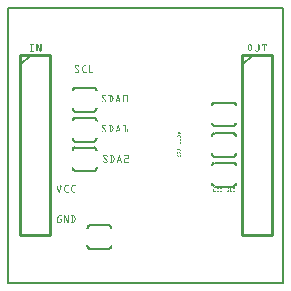
<source format=gto>
G04 MADE WITH FRITZING*
G04 WWW.FRITZING.ORG*
G04 DOUBLE SIDED*
G04 HOLES PLATED*
G04 CONTOUR ON CENTER OF CONTOUR VECTOR*
%ASAXBY*%
%FSLAX23Y23*%
%MOIN*%
%OFA0B0*%
%SFA1.0B1.0*%
%ADD10R,0.925197X0.925197X0.909197X0.909197*%
%ADD11C,0.008000*%
%ADD12C,0.010000*%
%ADD13C,0.005000*%
%ADD14R,0.001000X0.001000*%
%LNSILK1*%
G90*
G70*
G54D11*
X4Y921D02*
X921Y921D01*
X921Y4D01*
X4Y4D01*
X4Y921D01*
D02*
X756Y526D02*
X693Y526D01*
D02*
X693Y605D02*
X756Y605D01*
D02*
X756Y424D02*
X693Y424D01*
D02*
X693Y503D02*
X756Y503D01*
D02*
X756Y325D02*
X693Y325D01*
D02*
X693Y404D02*
X756Y404D01*
D02*
X228Y455D02*
X291Y455D01*
D02*
X291Y377D02*
X228Y377D01*
D02*
X228Y554D02*
X291Y554D01*
D02*
X291Y475D02*
X228Y475D01*
D02*
X228Y654D02*
X291Y654D01*
D02*
X291Y575D02*
X228Y575D01*
G54D12*
D02*
X784Y764D02*
X784Y164D01*
D02*
X784Y164D02*
X884Y164D01*
D02*
X884Y164D02*
X884Y764D01*
D02*
X884Y764D02*
X784Y764D01*
G54D13*
D02*
X784Y729D02*
X819Y764D01*
G54D12*
D02*
X44Y764D02*
X44Y164D01*
D02*
X44Y164D02*
X144Y164D01*
D02*
X144Y164D02*
X144Y764D01*
D02*
X144Y764D02*
X44Y764D01*
G54D13*
D02*
X44Y729D02*
X79Y764D01*
G54D11*
D02*
X340Y117D02*
X277Y117D01*
D02*
X277Y196D02*
X340Y196D01*
G54D14*
X76Y800D02*
X90Y800D01*
X99Y800D02*
X103Y800D01*
X113Y800D02*
X114Y800D01*
X809Y800D02*
X812Y800D01*
X827Y800D02*
X828Y800D01*
X840Y800D02*
X841Y800D01*
X850Y800D02*
X865Y800D01*
X76Y799D02*
X91Y799D01*
X99Y799D02*
X103Y799D01*
X112Y799D02*
X115Y799D01*
X808Y799D02*
X813Y799D01*
X826Y799D02*
X828Y799D01*
X839Y799D02*
X841Y799D01*
X850Y799D02*
X865Y799D01*
X76Y798D02*
X91Y798D01*
X99Y798D02*
X104Y798D01*
X112Y798D02*
X115Y798D01*
X807Y798D02*
X814Y798D01*
X826Y798D02*
X828Y798D01*
X839Y798D02*
X842Y798D01*
X850Y798D02*
X865Y798D01*
X82Y797D02*
X85Y797D01*
X99Y797D02*
X104Y797D01*
X112Y797D02*
X115Y797D01*
X806Y797D02*
X809Y797D01*
X811Y797D02*
X814Y797D01*
X826Y797D02*
X828Y797D01*
X839Y797D02*
X842Y797D01*
X850Y797D02*
X852Y797D01*
X856Y797D02*
X859Y797D01*
X863Y797D02*
X865Y797D01*
X82Y796D02*
X84Y796D01*
X99Y796D02*
X105Y796D01*
X112Y796D02*
X115Y796D01*
X806Y796D02*
X809Y796D01*
X812Y796D02*
X815Y796D01*
X826Y796D02*
X828Y796D01*
X839Y796D02*
X842Y796D01*
X850Y796D02*
X852Y796D01*
X856Y796D02*
X859Y796D01*
X863Y796D02*
X865Y796D01*
X82Y795D02*
X84Y795D01*
X99Y795D02*
X105Y795D01*
X112Y795D02*
X115Y795D01*
X805Y795D02*
X808Y795D01*
X812Y795D02*
X815Y795D01*
X826Y795D02*
X828Y795D01*
X839Y795D02*
X842Y795D01*
X850Y795D02*
X852Y795D01*
X856Y795D02*
X859Y795D01*
X863Y795D02*
X865Y795D01*
X82Y794D02*
X84Y794D01*
X99Y794D02*
X105Y794D01*
X112Y794D02*
X115Y794D01*
X805Y794D02*
X808Y794D01*
X813Y794D02*
X816Y794D01*
X826Y794D02*
X828Y794D01*
X839Y794D02*
X842Y794D01*
X856Y794D02*
X859Y794D01*
X82Y793D02*
X84Y793D01*
X99Y793D02*
X106Y793D01*
X112Y793D02*
X115Y793D01*
X804Y793D02*
X807Y793D01*
X813Y793D02*
X816Y793D01*
X826Y793D02*
X828Y793D01*
X839Y793D02*
X842Y793D01*
X856Y793D02*
X859Y793D01*
X82Y792D02*
X84Y792D01*
X99Y792D02*
X102Y792D01*
X104Y792D02*
X106Y792D01*
X112Y792D02*
X115Y792D01*
X804Y792D02*
X807Y792D01*
X814Y792D02*
X817Y792D01*
X826Y792D02*
X828Y792D01*
X839Y792D02*
X842Y792D01*
X856Y792D02*
X859Y792D01*
X82Y791D02*
X84Y791D01*
X99Y791D02*
X102Y791D01*
X104Y791D02*
X107Y791D01*
X112Y791D02*
X115Y791D01*
X803Y791D02*
X806Y791D01*
X814Y791D02*
X817Y791D01*
X826Y791D02*
X828Y791D01*
X839Y791D02*
X842Y791D01*
X856Y791D02*
X859Y791D01*
X82Y790D02*
X84Y790D01*
X99Y790D02*
X102Y790D01*
X105Y790D02*
X107Y790D01*
X112Y790D02*
X115Y790D01*
X803Y790D02*
X806Y790D01*
X815Y790D02*
X817Y790D01*
X826Y790D02*
X828Y790D01*
X839Y790D02*
X842Y790D01*
X856Y790D02*
X859Y790D01*
X82Y789D02*
X84Y789D01*
X99Y789D02*
X102Y789D01*
X105Y789D02*
X108Y789D01*
X112Y789D02*
X115Y789D01*
X803Y789D02*
X805Y789D01*
X815Y789D02*
X818Y789D01*
X826Y789D02*
X828Y789D01*
X839Y789D02*
X842Y789D01*
X856Y789D02*
X859Y789D01*
X82Y788D02*
X84Y788D01*
X99Y788D02*
X102Y788D01*
X105Y788D02*
X108Y788D01*
X112Y788D02*
X115Y788D01*
X803Y788D02*
X805Y788D01*
X816Y788D02*
X818Y788D01*
X826Y788D02*
X828Y788D01*
X839Y788D02*
X842Y788D01*
X856Y788D02*
X859Y788D01*
X82Y787D02*
X84Y787D01*
X99Y787D02*
X102Y787D01*
X106Y787D02*
X108Y787D01*
X112Y787D02*
X115Y787D01*
X803Y787D02*
X805Y787D01*
X815Y787D02*
X818Y787D01*
X826Y787D02*
X828Y787D01*
X839Y787D02*
X842Y787D01*
X856Y787D02*
X859Y787D01*
X82Y786D02*
X84Y786D01*
X99Y786D02*
X102Y786D01*
X106Y786D02*
X109Y786D01*
X112Y786D02*
X115Y786D01*
X803Y786D02*
X805Y786D01*
X815Y786D02*
X818Y786D01*
X826Y786D02*
X828Y786D01*
X839Y786D02*
X842Y786D01*
X856Y786D02*
X859Y786D01*
X82Y785D02*
X84Y785D01*
X99Y785D02*
X102Y785D01*
X107Y785D02*
X109Y785D01*
X112Y785D02*
X115Y785D01*
X803Y785D02*
X806Y785D01*
X815Y785D02*
X817Y785D01*
X826Y785D02*
X828Y785D01*
X839Y785D02*
X842Y785D01*
X856Y785D02*
X859Y785D01*
X82Y784D02*
X84Y784D01*
X99Y784D02*
X102Y784D01*
X107Y784D02*
X110Y784D01*
X112Y784D02*
X115Y784D01*
X803Y784D02*
X806Y784D01*
X814Y784D02*
X817Y784D01*
X826Y784D02*
X828Y784D01*
X839Y784D02*
X842Y784D01*
X856Y784D02*
X859Y784D01*
X82Y783D02*
X84Y783D01*
X99Y783D02*
X102Y783D01*
X108Y783D02*
X110Y783D01*
X112Y783D02*
X115Y783D01*
X804Y783D02*
X807Y783D01*
X814Y783D02*
X816Y783D01*
X826Y783D02*
X828Y783D01*
X839Y783D02*
X842Y783D01*
X856Y783D02*
X859Y783D01*
X82Y782D02*
X84Y782D01*
X99Y782D02*
X102Y782D01*
X108Y782D02*
X115Y782D01*
X804Y782D02*
X807Y782D01*
X813Y782D02*
X816Y782D01*
X826Y782D02*
X828Y782D01*
X839Y782D02*
X842Y782D01*
X856Y782D02*
X859Y782D01*
X82Y781D02*
X84Y781D01*
X99Y781D02*
X102Y781D01*
X108Y781D02*
X115Y781D01*
X805Y781D02*
X808Y781D01*
X813Y781D02*
X815Y781D01*
X826Y781D02*
X828Y781D01*
X839Y781D02*
X842Y781D01*
X856Y781D02*
X859Y781D01*
X82Y780D02*
X84Y780D01*
X99Y780D02*
X102Y780D01*
X109Y780D02*
X115Y780D01*
X805Y780D02*
X808Y780D01*
X812Y780D02*
X815Y780D01*
X826Y780D02*
X828Y780D01*
X839Y780D02*
X842Y780D01*
X856Y780D02*
X859Y780D01*
X82Y779D02*
X84Y779D01*
X99Y779D02*
X102Y779D01*
X109Y779D02*
X115Y779D01*
X806Y779D02*
X809Y779D01*
X812Y779D02*
X814Y779D01*
X826Y779D02*
X829Y779D01*
X839Y779D02*
X841Y779D01*
X856Y779D02*
X859Y779D01*
X77Y778D02*
X90Y778D01*
X99Y778D02*
X102Y778D01*
X110Y778D02*
X115Y778D01*
X806Y778D02*
X814Y778D01*
X827Y778D02*
X841Y778D01*
X856Y778D02*
X859Y778D01*
X76Y777D02*
X91Y777D01*
X99Y777D02*
X102Y777D01*
X110Y777D02*
X115Y777D01*
X807Y777D02*
X813Y777D01*
X827Y777D02*
X840Y777D01*
X856Y777D02*
X859Y777D01*
X76Y776D02*
X91Y776D01*
X99Y776D02*
X101Y776D01*
X111Y776D02*
X115Y776D01*
X808Y776D02*
X813Y776D01*
X828Y776D02*
X840Y776D01*
X856Y776D02*
X858Y776D01*
X77Y775D02*
X90Y775D01*
X100Y775D02*
X100Y775D01*
X111Y775D02*
X114Y775D01*
X810Y775D02*
X811Y775D01*
X830Y775D02*
X837Y775D01*
X857Y775D02*
X857Y775D01*
X228Y729D02*
X239Y729D01*
X256Y729D02*
X264Y729D01*
X274Y729D02*
X275Y729D01*
X227Y728D02*
X240Y728D01*
X255Y728D02*
X265Y728D01*
X273Y728D02*
X276Y728D01*
X226Y727D02*
X241Y727D01*
X254Y727D02*
X265Y727D01*
X273Y727D02*
X276Y727D01*
X226Y726D02*
X229Y726D01*
X238Y726D02*
X241Y726D01*
X253Y726D02*
X256Y726D01*
X273Y726D02*
X276Y726D01*
X226Y725D02*
X229Y725D01*
X239Y725D02*
X241Y725D01*
X253Y725D02*
X256Y725D01*
X273Y725D02*
X276Y725D01*
X227Y724D02*
X230Y724D01*
X240Y724D02*
X241Y724D01*
X252Y724D02*
X255Y724D01*
X273Y724D02*
X276Y724D01*
X227Y723D02*
X230Y723D01*
X252Y723D02*
X255Y723D01*
X273Y723D02*
X276Y723D01*
X228Y722D02*
X231Y722D01*
X251Y722D02*
X254Y722D01*
X273Y722D02*
X276Y722D01*
X229Y721D02*
X232Y721D01*
X251Y721D02*
X254Y721D01*
X273Y721D02*
X276Y721D01*
X230Y720D02*
X233Y720D01*
X250Y720D02*
X253Y720D01*
X273Y720D02*
X276Y720D01*
X230Y719D02*
X234Y719D01*
X250Y719D02*
X252Y719D01*
X273Y719D02*
X276Y719D01*
X231Y718D02*
X234Y718D01*
X250Y718D02*
X252Y718D01*
X273Y718D02*
X276Y718D01*
X232Y717D02*
X235Y717D01*
X250Y717D02*
X252Y717D01*
X273Y717D02*
X276Y717D01*
X233Y716D02*
X236Y716D01*
X250Y716D02*
X252Y716D01*
X273Y716D02*
X276Y716D01*
X233Y715D02*
X237Y715D01*
X250Y715D02*
X252Y715D01*
X273Y715D02*
X276Y715D01*
X234Y714D02*
X237Y714D01*
X250Y714D02*
X253Y714D01*
X273Y714D02*
X276Y714D01*
X235Y713D02*
X238Y713D01*
X251Y713D02*
X253Y713D01*
X273Y713D02*
X276Y713D01*
X236Y712D02*
X239Y712D01*
X251Y712D02*
X254Y712D01*
X273Y712D02*
X276Y712D01*
X237Y711D02*
X240Y711D01*
X252Y711D02*
X254Y711D01*
X273Y711D02*
X276Y711D01*
X227Y710D02*
X227Y710D01*
X237Y710D02*
X241Y710D01*
X252Y710D02*
X255Y710D01*
X273Y710D02*
X276Y710D01*
X226Y709D02*
X228Y709D01*
X238Y709D02*
X241Y709D01*
X253Y709D02*
X255Y709D01*
X273Y709D02*
X276Y709D01*
X226Y708D02*
X229Y708D01*
X239Y708D02*
X241Y708D01*
X253Y708D02*
X256Y708D01*
X273Y708D02*
X276Y708D01*
X226Y707D02*
X241Y707D01*
X254Y707D02*
X264Y707D01*
X273Y707D02*
X288Y707D01*
X227Y706D02*
X241Y706D01*
X254Y706D02*
X265Y706D01*
X273Y706D02*
X288Y706D01*
X228Y705D02*
X240Y705D01*
X255Y705D02*
X265Y705D01*
X273Y705D02*
X288Y705D01*
X226Y658D02*
X226Y658D01*
X292Y658D02*
X292Y658D01*
X223Y657D02*
X227Y657D01*
X292Y657D02*
X295Y657D01*
X222Y656D02*
X227Y656D01*
X291Y656D02*
X296Y656D01*
X221Y655D02*
X227Y655D01*
X291Y655D02*
X297Y655D01*
X220Y654D02*
X227Y654D01*
X291Y654D02*
X299Y654D01*
X219Y653D02*
X227Y653D01*
X291Y653D02*
X299Y653D01*
X218Y652D02*
X228Y652D01*
X291Y652D02*
X300Y652D01*
X218Y651D02*
X228Y651D01*
X290Y651D02*
X301Y651D01*
X217Y650D02*
X226Y650D01*
X292Y650D02*
X301Y650D01*
X217Y649D02*
X225Y649D01*
X293Y649D02*
X301Y649D01*
X216Y648D02*
X224Y648D01*
X294Y648D02*
X302Y648D01*
X216Y647D02*
X224Y647D01*
X295Y647D02*
X302Y647D01*
X216Y646D02*
X223Y646D01*
X295Y646D02*
X302Y646D01*
X216Y645D02*
X223Y645D01*
X295Y645D02*
X302Y645D01*
X216Y644D02*
X223Y644D01*
X295Y644D02*
X302Y644D01*
X216Y643D02*
X220Y643D01*
X298Y643D02*
X302Y643D01*
X317Y630D02*
X329Y630D01*
X340Y630D02*
X349Y630D01*
X370Y630D02*
X372Y630D01*
X388Y630D02*
X401Y630D01*
X316Y629D02*
X330Y629D01*
X339Y629D02*
X350Y629D01*
X369Y629D02*
X372Y629D01*
X387Y629D02*
X402Y629D01*
X316Y628D02*
X331Y628D01*
X340Y628D02*
X351Y628D01*
X369Y628D02*
X372Y628D01*
X387Y628D02*
X402Y628D01*
X316Y627D02*
X318Y627D01*
X329Y627D02*
X331Y627D01*
X343Y627D02*
X345Y627D01*
X348Y627D02*
X351Y627D01*
X369Y627D02*
X373Y627D01*
X387Y627D02*
X389Y627D01*
X400Y627D02*
X402Y627D01*
X316Y626D02*
X319Y626D01*
X329Y626D02*
X331Y626D01*
X343Y626D02*
X345Y626D01*
X349Y626D02*
X352Y626D01*
X369Y626D02*
X373Y626D01*
X387Y626D02*
X389Y626D01*
X400Y626D02*
X402Y626D01*
X317Y625D02*
X320Y625D01*
X330Y625D02*
X330Y625D01*
X343Y625D02*
X345Y625D01*
X349Y625D02*
X352Y625D01*
X368Y625D02*
X373Y625D01*
X387Y625D02*
X389Y625D01*
X400Y625D02*
X402Y625D01*
X317Y624D02*
X321Y624D01*
X343Y624D02*
X345Y624D01*
X350Y624D02*
X353Y624D01*
X368Y624D02*
X373Y624D01*
X387Y624D02*
X389Y624D01*
X400Y624D02*
X402Y624D01*
X318Y623D02*
X321Y623D01*
X343Y623D02*
X345Y623D01*
X350Y623D02*
X353Y623D01*
X368Y623D02*
X374Y623D01*
X387Y623D02*
X389Y623D01*
X400Y623D02*
X402Y623D01*
X319Y622D02*
X322Y622D01*
X343Y622D02*
X345Y622D01*
X351Y622D02*
X354Y622D01*
X367Y622D02*
X370Y622D01*
X372Y622D02*
X374Y622D01*
X387Y622D02*
X389Y622D01*
X400Y622D02*
X402Y622D01*
X320Y621D02*
X323Y621D01*
X343Y621D02*
X345Y621D01*
X352Y621D02*
X354Y621D01*
X367Y621D02*
X370Y621D01*
X372Y621D02*
X374Y621D01*
X387Y621D02*
X389Y621D01*
X400Y621D02*
X402Y621D01*
X320Y620D02*
X324Y620D01*
X343Y620D02*
X345Y620D01*
X352Y620D02*
X354Y620D01*
X367Y620D02*
X369Y620D01*
X372Y620D02*
X375Y620D01*
X387Y620D02*
X389Y620D01*
X400Y620D02*
X402Y620D01*
X321Y619D02*
X324Y619D01*
X343Y619D02*
X345Y619D01*
X352Y619D02*
X355Y619D01*
X366Y619D02*
X369Y619D01*
X372Y619D02*
X375Y619D01*
X387Y619D02*
X389Y619D01*
X400Y619D02*
X402Y619D01*
X322Y618D02*
X325Y618D01*
X343Y618D02*
X345Y618D01*
X352Y618D02*
X355Y618D01*
X366Y618D02*
X369Y618D01*
X373Y618D02*
X375Y618D01*
X387Y618D02*
X389Y618D01*
X400Y618D02*
X402Y618D01*
X323Y617D02*
X326Y617D01*
X343Y617D02*
X345Y617D01*
X352Y617D02*
X355Y617D01*
X366Y617D02*
X368Y617D01*
X373Y617D02*
X376Y617D01*
X387Y617D02*
X389Y617D01*
X400Y617D02*
X402Y617D01*
X323Y616D02*
X327Y616D01*
X343Y616D02*
X345Y616D01*
X352Y616D02*
X354Y616D01*
X366Y616D02*
X368Y616D01*
X373Y616D02*
X376Y616D01*
X387Y616D02*
X389Y616D01*
X400Y616D02*
X402Y616D01*
X324Y615D02*
X328Y615D01*
X343Y615D02*
X345Y615D01*
X351Y615D02*
X354Y615D01*
X365Y615D02*
X368Y615D01*
X374Y615D02*
X376Y615D01*
X387Y615D02*
X389Y615D01*
X400Y615D02*
X402Y615D01*
X325Y614D02*
X328Y614D01*
X343Y614D02*
X345Y614D01*
X351Y614D02*
X354Y614D01*
X365Y614D02*
X376Y614D01*
X387Y614D02*
X389Y614D01*
X400Y614D02*
X402Y614D01*
X326Y613D02*
X329Y613D01*
X343Y613D02*
X345Y613D01*
X350Y613D02*
X353Y613D01*
X365Y613D02*
X377Y613D01*
X387Y613D02*
X389Y613D01*
X400Y613D02*
X402Y613D01*
X327Y612D02*
X330Y612D01*
X343Y612D02*
X345Y612D01*
X350Y612D02*
X353Y612D01*
X364Y612D02*
X377Y612D01*
X387Y612D02*
X389Y612D01*
X400Y612D02*
X402Y612D01*
X316Y611D02*
X318Y611D01*
X327Y611D02*
X331Y611D01*
X343Y611D02*
X345Y611D01*
X349Y611D02*
X352Y611D01*
X364Y611D02*
X377Y611D01*
X387Y611D02*
X389Y611D01*
X400Y611D02*
X402Y611D01*
X316Y610D02*
X318Y610D01*
X328Y610D02*
X331Y610D01*
X343Y610D02*
X345Y610D01*
X349Y610D02*
X352Y610D01*
X364Y610D02*
X366Y610D01*
X375Y610D02*
X378Y610D01*
X387Y610D02*
X389Y610D01*
X400Y610D02*
X402Y610D01*
X316Y609D02*
X319Y609D01*
X329Y609D02*
X331Y609D01*
X343Y609D02*
X345Y609D01*
X348Y609D02*
X351Y609D01*
X364Y609D02*
X366Y609D01*
X375Y609D02*
X378Y609D01*
X387Y609D02*
X389Y609D01*
X400Y609D02*
X402Y609D01*
X691Y609D02*
X691Y609D01*
X756Y609D02*
X756Y609D01*
X316Y608D02*
X331Y608D01*
X340Y608D02*
X351Y608D01*
X363Y608D02*
X366Y608D01*
X376Y608D02*
X378Y608D01*
X387Y608D02*
X402Y608D01*
X688Y608D02*
X691Y608D01*
X756Y608D02*
X759Y608D01*
X317Y607D02*
X330Y607D01*
X339Y607D02*
X350Y607D01*
X363Y607D02*
X365Y607D01*
X376Y607D02*
X378Y607D01*
X387Y607D02*
X401Y607D01*
X687Y607D02*
X691Y607D01*
X756Y607D02*
X760Y607D01*
X318Y606D02*
X329Y606D01*
X340Y606D02*
X349Y606D01*
X363Y606D02*
X365Y606D01*
X377Y606D02*
X378Y606D01*
X388Y606D02*
X400Y606D01*
X685Y606D02*
X691Y606D01*
X756Y606D02*
X762Y606D01*
X684Y605D02*
X692Y605D01*
X755Y605D02*
X763Y605D01*
X683Y604D02*
X692Y604D01*
X755Y604D02*
X764Y604D01*
X683Y603D02*
X692Y603D01*
X755Y603D02*
X764Y603D01*
X682Y602D02*
X692Y602D01*
X755Y602D02*
X765Y602D01*
X682Y601D02*
X691Y601D01*
X756Y601D02*
X765Y601D01*
X681Y600D02*
X690Y600D01*
X758Y600D02*
X766Y600D01*
X681Y599D02*
X689Y599D01*
X758Y599D02*
X766Y599D01*
X681Y598D02*
X688Y598D01*
X759Y598D02*
X766Y598D01*
X681Y597D02*
X688Y597D01*
X759Y597D02*
X766Y597D01*
X681Y596D02*
X687Y596D01*
X760Y596D02*
X767Y596D01*
X681Y595D02*
X688Y595D01*
X760Y595D02*
X767Y595D01*
X681Y594D02*
X686Y594D01*
X761Y594D02*
X766Y594D01*
X681Y593D02*
X681Y593D01*
X766Y593D02*
X766Y593D01*
X216Y588D02*
X217Y588D01*
X301Y588D02*
X302Y588D01*
X216Y587D02*
X223Y587D01*
X296Y587D02*
X302Y587D01*
X216Y586D02*
X223Y586D01*
X295Y586D02*
X302Y586D01*
X216Y585D02*
X223Y585D01*
X295Y585D02*
X302Y585D01*
X216Y584D02*
X223Y584D01*
X295Y584D02*
X302Y584D01*
X216Y583D02*
X224Y583D01*
X294Y583D02*
X302Y583D01*
X217Y582D02*
X224Y582D01*
X294Y582D02*
X301Y582D01*
X217Y581D02*
X225Y581D01*
X293Y581D02*
X301Y581D01*
X217Y580D02*
X227Y580D01*
X291Y580D02*
X301Y580D01*
X218Y579D02*
X228Y579D01*
X290Y579D02*
X300Y579D01*
X218Y578D02*
X227Y578D01*
X291Y578D02*
X300Y578D01*
X219Y577D02*
X227Y577D01*
X291Y577D02*
X299Y577D01*
X220Y576D02*
X227Y576D01*
X291Y576D02*
X298Y576D01*
X221Y575D02*
X227Y575D01*
X291Y575D02*
X297Y575D01*
X222Y574D02*
X227Y574D01*
X291Y574D02*
X296Y574D01*
X224Y573D02*
X226Y573D01*
X292Y573D02*
X294Y573D01*
X224Y557D02*
X226Y557D01*
X292Y557D02*
X294Y557D01*
X222Y556D02*
X227Y556D01*
X291Y556D02*
X296Y556D01*
X221Y555D02*
X227Y555D01*
X291Y555D02*
X297Y555D01*
X220Y554D02*
X227Y554D01*
X291Y554D02*
X298Y554D01*
X219Y553D02*
X227Y553D01*
X291Y553D02*
X299Y553D01*
X218Y552D02*
X227Y552D01*
X291Y552D02*
X300Y552D01*
X218Y551D02*
X228Y551D01*
X290Y551D02*
X300Y551D01*
X217Y550D02*
X227Y550D01*
X291Y550D02*
X301Y550D01*
X217Y549D02*
X225Y549D01*
X293Y549D02*
X301Y549D01*
X217Y548D02*
X224Y548D01*
X294Y548D02*
X301Y548D01*
X216Y547D02*
X224Y547D01*
X294Y547D02*
X302Y547D01*
X216Y546D02*
X223Y546D01*
X295Y546D02*
X302Y546D01*
X216Y545D02*
X223Y545D01*
X295Y545D02*
X302Y545D01*
X216Y544D02*
X223Y544D01*
X295Y544D02*
X302Y544D01*
X216Y543D02*
X222Y543D01*
X296Y543D02*
X302Y543D01*
X216Y542D02*
X217Y542D01*
X301Y542D02*
X302Y542D01*
X681Y539D02*
X681Y539D01*
X766Y539D02*
X766Y539D01*
X681Y538D02*
X686Y538D01*
X761Y538D02*
X766Y538D01*
X681Y537D02*
X688Y537D01*
X760Y537D02*
X767Y537D01*
X681Y536D02*
X687Y536D01*
X760Y536D02*
X767Y536D01*
X681Y535D02*
X688Y535D01*
X759Y535D02*
X766Y535D01*
X681Y534D02*
X688Y534D01*
X759Y534D02*
X766Y534D01*
X681Y533D02*
X689Y533D01*
X758Y533D02*
X766Y533D01*
X681Y532D02*
X690Y532D01*
X758Y532D02*
X766Y532D01*
X319Y531D02*
X328Y531D01*
X341Y531D02*
X348Y531D01*
X371Y531D02*
X371Y531D01*
X388Y531D02*
X396Y531D01*
X682Y531D02*
X691Y531D01*
X756Y531D02*
X765Y531D01*
X317Y530D02*
X330Y530D01*
X340Y530D02*
X350Y530D01*
X370Y530D02*
X372Y530D01*
X387Y530D02*
X396Y530D01*
X682Y530D02*
X692Y530D01*
X755Y530D02*
X765Y530D01*
X317Y529D02*
X331Y529D01*
X340Y529D02*
X351Y529D01*
X370Y529D02*
X372Y529D01*
X387Y529D02*
X396Y529D01*
X683Y529D02*
X692Y529D01*
X755Y529D02*
X764Y529D01*
X316Y528D02*
X331Y528D01*
X341Y528D02*
X351Y528D01*
X369Y528D02*
X373Y528D01*
X388Y528D02*
X396Y528D01*
X683Y528D02*
X692Y528D01*
X755Y528D02*
X764Y528D01*
X316Y527D02*
X319Y527D01*
X329Y527D02*
X331Y527D01*
X343Y527D02*
X345Y527D01*
X349Y527D02*
X352Y527D01*
X369Y527D02*
X373Y527D01*
X394Y527D02*
X396Y527D01*
X684Y527D02*
X692Y527D01*
X755Y527D02*
X763Y527D01*
X316Y526D02*
X319Y526D01*
X329Y526D02*
X331Y526D01*
X343Y526D02*
X345Y526D01*
X349Y526D02*
X352Y526D01*
X369Y526D02*
X373Y526D01*
X394Y526D02*
X396Y526D01*
X685Y526D02*
X691Y526D01*
X756Y526D02*
X762Y526D01*
X317Y525D02*
X320Y525D01*
X343Y525D02*
X345Y525D01*
X350Y525D02*
X353Y525D01*
X369Y525D02*
X374Y525D01*
X394Y525D02*
X396Y525D01*
X687Y525D02*
X691Y525D01*
X756Y525D02*
X760Y525D01*
X318Y524D02*
X321Y524D01*
X343Y524D02*
X345Y524D01*
X350Y524D02*
X353Y524D01*
X368Y524D02*
X374Y524D01*
X394Y524D02*
X396Y524D01*
X688Y524D02*
X691Y524D01*
X756Y524D02*
X759Y524D01*
X319Y523D02*
X322Y523D01*
X343Y523D02*
X345Y523D01*
X351Y523D02*
X354Y523D01*
X368Y523D02*
X374Y523D01*
X394Y523D02*
X396Y523D01*
X691Y523D02*
X691Y523D01*
X756Y523D02*
X756Y523D01*
X319Y522D02*
X323Y522D01*
X343Y522D02*
X345Y522D01*
X351Y522D02*
X354Y522D01*
X368Y522D02*
X370Y522D01*
X372Y522D02*
X374Y522D01*
X394Y522D02*
X396Y522D01*
X320Y521D02*
X323Y521D01*
X343Y521D02*
X345Y521D01*
X352Y521D02*
X355Y521D01*
X367Y521D02*
X370Y521D01*
X372Y521D02*
X375Y521D01*
X394Y521D02*
X396Y521D01*
X321Y520D02*
X324Y520D01*
X343Y520D02*
X345Y520D01*
X352Y520D02*
X355Y520D01*
X367Y520D02*
X370Y520D01*
X373Y520D02*
X375Y520D01*
X394Y520D02*
X396Y520D01*
X322Y519D02*
X325Y519D01*
X343Y519D02*
X345Y519D01*
X353Y519D02*
X355Y519D01*
X367Y519D02*
X369Y519D01*
X373Y519D02*
X375Y519D01*
X394Y519D02*
X396Y519D01*
X322Y518D02*
X326Y518D01*
X343Y518D02*
X345Y518D01*
X353Y518D02*
X355Y518D01*
X366Y518D02*
X369Y518D01*
X373Y518D02*
X376Y518D01*
X394Y518D02*
X396Y518D01*
X323Y517D02*
X326Y517D01*
X343Y517D02*
X345Y517D01*
X353Y517D02*
X355Y517D01*
X366Y517D02*
X369Y517D01*
X373Y517D02*
X376Y517D01*
X394Y517D02*
X396Y517D01*
X401Y517D02*
X401Y517D01*
X324Y516D02*
X327Y516D01*
X343Y516D02*
X345Y516D01*
X352Y516D02*
X355Y516D01*
X366Y516D02*
X368Y516D01*
X374Y516D02*
X376Y516D01*
X394Y516D02*
X396Y516D01*
X400Y516D02*
X402Y516D01*
X325Y515D02*
X328Y515D01*
X343Y515D02*
X345Y515D01*
X352Y515D02*
X354Y515D01*
X366Y515D02*
X368Y515D01*
X374Y515D02*
X377Y515D01*
X394Y515D02*
X396Y515D01*
X400Y515D02*
X402Y515D01*
X326Y514D02*
X329Y514D01*
X343Y514D02*
X345Y514D01*
X351Y514D02*
X354Y514D01*
X365Y514D02*
X377Y514D01*
X394Y514D02*
X396Y514D01*
X400Y514D02*
X402Y514D01*
X326Y513D02*
X330Y513D01*
X343Y513D02*
X345Y513D01*
X351Y513D02*
X353Y513D01*
X365Y513D02*
X377Y513D01*
X394Y513D02*
X396Y513D01*
X400Y513D02*
X402Y513D01*
X327Y512D02*
X330Y512D01*
X343Y512D02*
X345Y512D01*
X350Y512D02*
X353Y512D01*
X365Y512D02*
X377Y512D01*
X394Y512D02*
X396Y512D01*
X400Y512D02*
X402Y512D01*
X317Y511D02*
X318Y511D01*
X328Y511D02*
X331Y511D01*
X343Y511D02*
X345Y511D01*
X350Y511D02*
X352Y511D01*
X364Y511D02*
X367Y511D01*
X375Y511D02*
X378Y511D01*
X394Y511D02*
X396Y511D01*
X400Y511D02*
X402Y511D01*
X316Y510D02*
X319Y510D01*
X329Y510D02*
X331Y510D01*
X343Y510D02*
X345Y510D01*
X349Y510D02*
X352Y510D01*
X364Y510D02*
X367Y510D01*
X376Y510D02*
X378Y510D01*
X394Y510D02*
X396Y510D01*
X400Y510D02*
X402Y510D01*
X316Y509D02*
X319Y509D01*
X329Y509D02*
X331Y509D01*
X343Y509D02*
X346Y509D01*
X348Y509D02*
X351Y509D01*
X364Y509D02*
X366Y509D01*
X376Y509D02*
X378Y509D01*
X393Y509D02*
X396Y509D01*
X400Y509D02*
X402Y509D01*
X317Y508D02*
X331Y508D01*
X340Y508D02*
X351Y508D01*
X364Y508D02*
X366Y508D01*
X376Y508D02*
X379Y508D01*
X387Y508D02*
X402Y508D01*
X317Y507D02*
X331Y507D01*
X340Y507D02*
X350Y507D01*
X363Y507D02*
X366Y507D01*
X376Y507D02*
X379Y507D01*
X387Y507D02*
X402Y507D01*
X319Y506D02*
X329Y506D01*
X340Y506D02*
X349Y506D01*
X364Y506D02*
X365Y506D01*
X377Y506D02*
X378Y506D01*
X388Y506D02*
X402Y506D01*
X572Y506D02*
X572Y506D01*
X576Y506D02*
X578Y506D01*
X689Y506D02*
X691Y506D01*
X756Y506D02*
X758Y506D01*
X571Y505D02*
X572Y505D01*
X575Y505D02*
X578Y505D01*
X687Y505D02*
X691Y505D01*
X756Y505D02*
X760Y505D01*
X571Y504D02*
X572Y504D01*
X575Y504D02*
X575Y504D01*
X578Y504D02*
X579Y504D01*
X686Y504D02*
X691Y504D01*
X756Y504D02*
X761Y504D01*
X571Y503D02*
X572Y503D01*
X574Y503D02*
X575Y503D01*
X578Y503D02*
X579Y503D01*
X685Y503D02*
X692Y503D01*
X756Y503D02*
X763Y503D01*
X571Y502D02*
X572Y502D01*
X574Y502D02*
X575Y502D01*
X578Y502D02*
X579Y502D01*
X684Y502D02*
X692Y502D01*
X755Y502D02*
X763Y502D01*
X571Y501D02*
X574Y501D01*
X578Y501D02*
X579Y501D01*
X683Y501D02*
X692Y501D01*
X755Y501D02*
X764Y501D01*
X571Y500D02*
X574Y500D01*
X578Y500D02*
X578Y500D01*
X682Y500D02*
X692Y500D01*
X755Y500D02*
X765Y500D01*
X682Y499D02*
X692Y499D01*
X755Y499D02*
X765Y499D01*
X681Y498D02*
X690Y498D01*
X757Y498D02*
X766Y498D01*
X681Y497D02*
X689Y497D01*
X758Y497D02*
X766Y497D01*
X681Y496D02*
X688Y496D01*
X759Y496D02*
X766Y496D01*
X572Y495D02*
X575Y495D01*
X681Y495D02*
X688Y495D01*
X759Y495D02*
X766Y495D01*
X570Y494D02*
X577Y494D01*
X681Y494D02*
X688Y494D01*
X760Y494D02*
X766Y494D01*
X568Y493D02*
X570Y493D01*
X576Y493D02*
X578Y493D01*
X681Y493D02*
X687Y493D01*
X760Y493D02*
X767Y493D01*
X568Y492D02*
X569Y492D01*
X578Y492D02*
X579Y492D01*
X681Y492D02*
X687Y492D01*
X760Y492D02*
X766Y492D01*
X568Y491D02*
X579Y491D01*
X681Y491D02*
X683Y491D01*
X765Y491D02*
X766Y491D01*
X568Y490D02*
X579Y490D01*
X568Y489D02*
X568Y489D01*
X578Y489D02*
X579Y489D01*
X216Y487D02*
X221Y487D01*
X297Y487D02*
X302Y487D01*
X216Y486D02*
X223Y486D01*
X295Y486D02*
X302Y486D01*
X216Y485D02*
X223Y485D01*
X295Y485D02*
X302Y485D01*
X216Y484D02*
X223Y484D01*
X295Y484D02*
X302Y484D01*
X568Y484D02*
X568Y484D01*
X578Y484D02*
X579Y484D01*
X216Y483D02*
X224Y483D01*
X295Y483D02*
X302Y483D01*
X568Y483D02*
X568Y483D01*
X578Y483D02*
X579Y483D01*
X216Y482D02*
X224Y482D01*
X294Y482D02*
X301Y482D01*
X568Y482D02*
X568Y482D01*
X578Y482D02*
X579Y482D01*
X217Y481D02*
X225Y481D01*
X293Y481D02*
X300Y481D01*
X568Y481D02*
X568Y481D01*
X573Y481D02*
X573Y481D01*
X578Y481D02*
X579Y481D01*
X217Y480D02*
X226Y480D01*
X292Y480D02*
X300Y480D01*
X568Y480D02*
X568Y480D01*
X573Y480D02*
X574Y480D01*
X578Y480D02*
X579Y480D01*
X218Y479D02*
X228Y479D01*
X290Y479D02*
X299Y479D01*
X568Y479D02*
X568Y479D01*
X573Y479D02*
X574Y479D01*
X578Y479D02*
X579Y479D01*
X218Y478D02*
X228Y478D01*
X291Y478D02*
X298Y478D01*
X568Y478D02*
X579Y478D01*
X219Y477D02*
X227Y477D01*
X291Y477D02*
X298Y477D01*
X220Y476D02*
X227Y476D01*
X291Y476D02*
X297Y476D01*
X221Y475D02*
X227Y475D01*
X291Y475D02*
X297Y475D01*
X222Y474D02*
X227Y474D01*
X291Y474D02*
X296Y474D01*
X224Y473D02*
X227Y473D01*
X292Y473D02*
X295Y473D01*
X578Y473D02*
X579Y473D01*
X226Y472D02*
X226Y472D01*
X292Y472D02*
X292Y472D01*
X578Y472D02*
X579Y472D01*
X578Y471D02*
X579Y471D01*
X578Y470D02*
X579Y470D01*
X578Y469D02*
X579Y469D01*
X578Y468D02*
X579Y468D01*
X568Y467D02*
X579Y467D01*
X225Y459D02*
X226Y459D01*
X292Y459D02*
X293Y459D01*
X223Y458D02*
X227Y458D01*
X291Y458D02*
X295Y458D01*
X222Y457D02*
X227Y457D01*
X291Y457D02*
X297Y457D01*
X220Y456D02*
X227Y456D01*
X291Y456D02*
X297Y456D01*
X219Y455D02*
X227Y455D01*
X291Y455D02*
X298Y455D01*
X219Y454D02*
X227Y454D01*
X291Y454D02*
X298Y454D01*
X218Y453D02*
X228Y453D01*
X290Y453D02*
X299Y453D01*
X217Y452D02*
X228Y452D01*
X290Y452D02*
X299Y452D01*
X217Y451D02*
X226Y451D01*
X292Y451D02*
X300Y451D01*
X575Y451D02*
X579Y451D01*
X217Y450D02*
X225Y450D01*
X293Y450D02*
X301Y450D01*
X572Y450D02*
X577Y450D01*
X216Y449D02*
X224Y449D01*
X294Y449D02*
X301Y449D01*
X569Y449D02*
X573Y449D01*
X575Y449D02*
X576Y449D01*
X216Y448D02*
X223Y448D01*
X295Y448D02*
X302Y448D01*
X568Y448D02*
X571Y448D01*
X576Y448D02*
X576Y448D01*
X216Y447D02*
X223Y447D01*
X295Y447D02*
X302Y447D01*
X570Y447D02*
X576Y447D01*
X216Y446D02*
X223Y446D01*
X295Y446D02*
X302Y446D01*
X573Y446D02*
X578Y446D01*
X216Y445D02*
X223Y445D01*
X295Y445D02*
X302Y445D01*
X577Y445D02*
X579Y445D01*
X216Y444D02*
X219Y444D01*
X299Y444D02*
X302Y444D01*
X573Y441D02*
X573Y441D01*
X571Y440D02*
X576Y440D01*
X569Y439D02*
X571Y439D01*
X575Y439D02*
X578Y439D01*
X568Y438D02*
X569Y438D01*
X577Y438D02*
X578Y438D01*
X568Y437D02*
X568Y437D01*
X578Y437D02*
X579Y437D01*
X568Y436D02*
X579Y436D01*
X681Y436D02*
X684Y436D01*
X763Y436D02*
X766Y436D01*
X568Y435D02*
X569Y435D01*
X578Y435D02*
X579Y435D01*
X681Y435D02*
X687Y435D01*
X760Y435D02*
X766Y435D01*
X568Y434D02*
X568Y434D01*
X578Y434D02*
X578Y434D01*
X681Y434D02*
X687Y434D01*
X760Y434D02*
X767Y434D01*
X681Y433D02*
X688Y433D01*
X760Y433D02*
X766Y433D01*
X681Y432D02*
X688Y432D01*
X759Y432D02*
X766Y432D01*
X681Y431D02*
X688Y431D01*
X759Y431D02*
X766Y431D01*
X322Y430D02*
X333Y430D01*
X345Y430D02*
X353Y430D01*
X375Y430D02*
X376Y430D01*
X392Y430D02*
X405Y430D01*
X569Y430D02*
X569Y430D01*
X577Y430D02*
X578Y430D01*
X681Y430D02*
X689Y430D01*
X758Y430D02*
X766Y430D01*
X321Y429D02*
X334Y429D01*
X344Y429D02*
X354Y429D01*
X374Y429D02*
X376Y429D01*
X391Y429D02*
X406Y429D01*
X568Y429D02*
X569Y429D01*
X576Y429D02*
X579Y429D01*
X682Y429D02*
X690Y429D01*
X757Y429D02*
X766Y429D01*
X321Y428D02*
X335Y428D01*
X344Y428D02*
X355Y428D01*
X374Y428D02*
X377Y428D01*
X391Y428D02*
X406Y428D01*
X568Y428D02*
X568Y428D01*
X575Y428D02*
X576Y428D01*
X578Y428D02*
X579Y428D01*
X682Y428D02*
X692Y428D01*
X755Y428D02*
X765Y428D01*
X320Y427D02*
X323Y427D01*
X332Y427D02*
X335Y427D01*
X347Y427D02*
X350Y427D01*
X352Y427D02*
X355Y427D01*
X373Y427D02*
X377Y427D01*
X404Y427D02*
X407Y427D01*
X568Y427D02*
X568Y427D01*
X573Y427D02*
X575Y427D01*
X578Y427D02*
X579Y427D01*
X683Y427D02*
X692Y427D01*
X755Y427D02*
X765Y427D01*
X320Y426D02*
X323Y426D01*
X333Y426D02*
X336Y426D01*
X347Y426D02*
X350Y426D01*
X353Y426D02*
X356Y426D01*
X373Y426D02*
X377Y426D01*
X404Y426D02*
X407Y426D01*
X568Y426D02*
X568Y426D01*
X572Y426D02*
X573Y426D01*
X578Y426D02*
X579Y426D01*
X683Y426D02*
X692Y426D01*
X755Y426D02*
X764Y426D01*
X321Y425D02*
X324Y425D01*
X334Y425D02*
X335Y425D01*
X347Y425D02*
X350Y425D01*
X354Y425D02*
X356Y425D01*
X373Y425D02*
X378Y425D01*
X404Y425D02*
X407Y425D01*
X568Y425D02*
X568Y425D01*
X571Y425D02*
X572Y425D01*
X578Y425D02*
X579Y425D01*
X684Y425D02*
X692Y425D01*
X755Y425D02*
X763Y425D01*
X321Y424D02*
X325Y424D01*
X347Y424D02*
X350Y424D01*
X354Y424D02*
X357Y424D01*
X373Y424D02*
X378Y424D01*
X404Y424D02*
X407Y424D01*
X568Y424D02*
X571Y424D01*
X577Y424D02*
X578Y424D01*
X685Y424D02*
X691Y424D01*
X756Y424D02*
X762Y424D01*
X322Y423D02*
X325Y423D01*
X347Y423D02*
X350Y423D01*
X355Y423D02*
X357Y423D01*
X372Y423D02*
X378Y423D01*
X404Y423D02*
X407Y423D01*
X569Y423D02*
X569Y423D01*
X577Y423D02*
X578Y423D01*
X686Y423D02*
X691Y423D01*
X756Y423D02*
X761Y423D01*
X323Y422D02*
X326Y422D01*
X347Y422D02*
X350Y422D01*
X355Y422D02*
X358Y422D01*
X372Y422D02*
X378Y422D01*
X404Y422D02*
X407Y422D01*
X688Y422D02*
X691Y422D01*
X756Y422D02*
X759Y422D01*
X324Y421D02*
X327Y421D01*
X347Y421D02*
X350Y421D01*
X356Y421D02*
X358Y421D01*
X372Y421D02*
X374Y421D01*
X376Y421D02*
X379Y421D01*
X404Y421D02*
X407Y421D01*
X690Y421D02*
X691Y421D01*
X756Y421D02*
X757Y421D01*
X324Y420D02*
X328Y420D01*
X347Y420D02*
X350Y420D01*
X356Y420D02*
X359Y420D01*
X371Y420D02*
X374Y420D01*
X377Y420D02*
X379Y420D01*
X404Y420D02*
X407Y420D01*
X325Y419D02*
X329Y419D01*
X347Y419D02*
X350Y419D01*
X357Y419D02*
X359Y419D01*
X371Y419D02*
X374Y419D01*
X377Y419D02*
X379Y419D01*
X393Y419D02*
X406Y419D01*
X326Y418D02*
X329Y418D01*
X347Y418D02*
X350Y418D01*
X357Y418D02*
X359Y418D01*
X371Y418D02*
X373Y418D01*
X377Y418D02*
X380Y418D01*
X392Y418D02*
X406Y418D01*
X327Y417D02*
X330Y417D01*
X347Y417D02*
X350Y417D01*
X357Y417D02*
X359Y417D01*
X371Y417D02*
X373Y417D01*
X377Y417D02*
X380Y417D01*
X391Y417D02*
X406Y417D01*
X328Y416D02*
X331Y416D01*
X347Y416D02*
X350Y416D01*
X357Y416D02*
X359Y416D01*
X370Y416D02*
X373Y416D01*
X378Y416D02*
X380Y416D01*
X391Y416D02*
X403Y416D01*
X328Y415D02*
X332Y415D01*
X347Y415D02*
X350Y415D01*
X356Y415D02*
X359Y415D01*
X370Y415D02*
X372Y415D01*
X378Y415D02*
X380Y415D01*
X391Y415D02*
X394Y415D01*
X329Y414D02*
X332Y414D01*
X347Y414D02*
X350Y414D01*
X356Y414D02*
X358Y414D01*
X370Y414D02*
X372Y414D01*
X378Y414D02*
X381Y414D01*
X391Y414D02*
X394Y414D01*
X330Y413D02*
X333Y413D01*
X347Y413D02*
X350Y413D01*
X355Y413D02*
X358Y413D01*
X369Y413D02*
X381Y413D01*
X391Y413D02*
X394Y413D01*
X331Y412D02*
X334Y412D01*
X347Y412D02*
X350Y412D01*
X355Y412D02*
X357Y412D01*
X369Y412D02*
X381Y412D01*
X391Y412D02*
X394Y412D01*
X331Y411D02*
X335Y411D01*
X347Y411D02*
X350Y411D01*
X354Y411D02*
X357Y411D01*
X369Y411D02*
X382Y411D01*
X391Y411D02*
X394Y411D01*
X321Y410D02*
X322Y410D01*
X332Y410D02*
X335Y410D01*
X347Y410D02*
X350Y410D01*
X354Y410D02*
X356Y410D01*
X369Y410D02*
X371Y410D01*
X379Y410D02*
X382Y410D01*
X391Y410D02*
X394Y410D01*
X320Y409D02*
X323Y409D01*
X333Y409D02*
X336Y409D01*
X347Y409D02*
X350Y409D01*
X353Y409D02*
X356Y409D01*
X368Y409D02*
X371Y409D01*
X380Y409D02*
X382Y409D01*
X391Y409D02*
X394Y409D01*
X321Y408D02*
X336Y408D01*
X345Y408D02*
X355Y408D01*
X368Y408D02*
X370Y408D01*
X380Y408D02*
X383Y408D01*
X391Y408D02*
X405Y408D01*
X690Y408D02*
X691Y408D01*
X756Y408D02*
X757Y408D01*
X321Y407D02*
X335Y407D01*
X344Y407D02*
X355Y407D01*
X368Y407D02*
X370Y407D01*
X380Y407D02*
X383Y407D01*
X391Y407D02*
X406Y407D01*
X688Y407D02*
X691Y407D01*
X756Y407D02*
X759Y407D01*
X322Y406D02*
X335Y406D01*
X344Y406D02*
X354Y406D01*
X368Y406D02*
X370Y406D01*
X381Y406D02*
X383Y406D01*
X391Y406D02*
X406Y406D01*
X686Y406D02*
X691Y406D01*
X756Y406D02*
X761Y406D01*
X324Y405D02*
X333Y405D01*
X345Y405D02*
X352Y405D01*
X369Y405D02*
X369Y405D01*
X382Y405D02*
X382Y405D01*
X391Y405D02*
X406Y405D01*
X685Y405D02*
X691Y405D01*
X756Y405D02*
X762Y405D01*
X684Y404D02*
X692Y404D01*
X755Y404D02*
X763Y404D01*
X683Y403D02*
X692Y403D01*
X755Y403D02*
X764Y403D01*
X683Y402D02*
X692Y402D01*
X755Y402D02*
X765Y402D01*
X682Y401D02*
X692Y401D01*
X755Y401D02*
X765Y401D01*
X682Y400D02*
X690Y400D01*
X757Y400D02*
X766Y400D01*
X681Y399D02*
X689Y399D01*
X758Y399D02*
X766Y399D01*
X681Y398D02*
X688Y398D01*
X759Y398D02*
X766Y398D01*
X681Y397D02*
X688Y397D01*
X759Y397D02*
X766Y397D01*
X681Y396D02*
X688Y396D01*
X760Y396D02*
X766Y396D01*
X681Y395D02*
X687Y395D01*
X760Y395D02*
X767Y395D01*
X681Y394D02*
X688Y394D01*
X760Y394D02*
X767Y394D01*
X681Y393D02*
X685Y393D01*
X763Y393D02*
X766Y393D01*
X216Y389D02*
X219Y389D01*
X299Y389D02*
X302Y389D01*
X216Y388D02*
X223Y388D01*
X295Y388D02*
X302Y388D01*
X216Y387D02*
X223Y387D01*
X295Y387D02*
X302Y387D01*
X216Y386D02*
X223Y386D01*
X295Y386D02*
X302Y386D01*
X216Y385D02*
X223Y385D01*
X295Y385D02*
X302Y385D01*
X216Y384D02*
X224Y384D01*
X294Y384D02*
X302Y384D01*
X217Y383D02*
X225Y383D01*
X294Y383D02*
X301Y383D01*
X217Y382D02*
X225Y382D01*
X293Y382D02*
X301Y382D01*
X217Y381D02*
X227Y381D01*
X291Y381D02*
X301Y381D01*
X218Y380D02*
X228Y380D01*
X290Y380D02*
X300Y380D01*
X218Y379D02*
X227Y379D01*
X291Y379D02*
X300Y379D01*
X219Y378D02*
X227Y378D01*
X291Y378D02*
X299Y378D01*
X220Y377D02*
X227Y377D01*
X291Y377D02*
X298Y377D01*
X221Y376D02*
X227Y376D01*
X291Y376D02*
X297Y376D01*
X223Y375D02*
X227Y375D01*
X291Y375D02*
X295Y375D01*
X225Y374D02*
X226Y374D01*
X292Y374D02*
X293Y374D01*
X681Y338D02*
X682Y338D01*
X765Y338D02*
X766Y338D01*
X681Y337D02*
X687Y337D01*
X760Y337D02*
X766Y337D01*
X681Y336D02*
X687Y336D01*
X760Y336D02*
X767Y336D01*
X681Y335D02*
X687Y335D01*
X760Y335D02*
X766Y335D01*
X681Y334D02*
X688Y334D01*
X759Y334D02*
X766Y334D01*
X681Y333D02*
X688Y333D01*
X759Y333D02*
X766Y333D01*
X681Y332D02*
X689Y332D01*
X758Y332D02*
X766Y332D01*
X681Y331D02*
X690Y331D01*
X757Y331D02*
X766Y331D01*
X199Y330D02*
X203Y330D01*
X222Y330D02*
X227Y330D01*
X682Y330D02*
X692Y330D01*
X755Y330D02*
X765Y330D01*
X166Y329D02*
X168Y329D01*
X179Y329D02*
X181Y329D01*
X195Y329D02*
X205Y329D01*
X219Y329D02*
X229Y329D01*
X682Y329D02*
X692Y329D01*
X755Y329D02*
X765Y329D01*
X166Y328D02*
X169Y328D01*
X179Y328D02*
X182Y328D01*
X194Y328D02*
X205Y328D01*
X218Y328D02*
X229Y328D01*
X683Y328D02*
X692Y328D01*
X755Y328D02*
X764Y328D01*
X166Y327D02*
X169Y327D01*
X179Y327D02*
X182Y327D01*
X194Y327D02*
X204Y327D01*
X217Y327D02*
X228Y327D01*
X684Y327D02*
X692Y327D01*
X755Y327D02*
X763Y327D01*
X166Y326D02*
X169Y326D01*
X179Y326D02*
X182Y326D01*
X193Y326D02*
X196Y326D01*
X217Y326D02*
X220Y326D01*
X685Y326D02*
X692Y326D01*
X756Y326D02*
X763Y326D01*
X166Y325D02*
X169Y325D01*
X179Y325D02*
X182Y325D01*
X193Y325D02*
X196Y325D01*
X216Y325D02*
X219Y325D01*
X686Y325D02*
X691Y325D01*
X756Y325D02*
X761Y325D01*
X166Y324D02*
X169Y324D01*
X179Y324D02*
X182Y324D01*
X192Y324D02*
X195Y324D01*
X216Y324D02*
X219Y324D01*
X687Y324D02*
X691Y324D01*
X756Y324D02*
X760Y324D01*
X166Y323D02*
X169Y323D01*
X179Y323D02*
X182Y323D01*
X192Y323D02*
X195Y323D01*
X215Y323D02*
X218Y323D01*
X689Y323D02*
X691Y323D01*
X756Y323D02*
X758Y323D01*
X166Y322D02*
X169Y322D01*
X179Y322D02*
X181Y322D01*
X191Y322D02*
X194Y322D01*
X215Y322D02*
X218Y322D01*
X167Y321D02*
X169Y321D01*
X178Y321D02*
X181Y321D01*
X191Y321D02*
X194Y321D01*
X214Y321D02*
X217Y321D01*
X167Y320D02*
X170Y320D01*
X178Y320D02*
X181Y320D01*
X190Y320D02*
X193Y320D01*
X214Y320D02*
X217Y320D01*
X168Y319D02*
X170Y319D01*
X178Y319D02*
X180Y319D01*
X190Y319D02*
X193Y319D01*
X214Y319D02*
X216Y319D01*
X690Y319D02*
X690Y319D01*
X700Y319D02*
X707Y319D01*
X712Y319D02*
X715Y319D01*
X736Y319D02*
X739Y319D01*
X744Y319D02*
X745Y319D01*
X750Y319D02*
X750Y319D01*
X755Y319D02*
X759Y319D01*
X168Y318D02*
X171Y318D01*
X177Y318D02*
X180Y318D01*
X190Y318D02*
X192Y318D01*
X214Y318D02*
X216Y318D01*
X689Y318D02*
X690Y318D01*
X700Y318D02*
X706Y318D01*
X712Y318D02*
X716Y318D01*
X735Y318D02*
X739Y318D01*
X744Y318D02*
X746Y318D01*
X750Y318D02*
X751Y318D01*
X755Y318D02*
X760Y318D01*
X168Y317D02*
X171Y317D01*
X177Y317D02*
X179Y317D01*
X190Y317D02*
X192Y317D01*
X214Y317D02*
X216Y317D01*
X689Y317D02*
X690Y317D01*
X700Y317D02*
X701Y317D01*
X713Y317D02*
X713Y317D01*
X716Y317D02*
X716Y317D01*
X735Y317D02*
X736Y317D01*
X744Y317D02*
X746Y317D01*
X750Y317D02*
X751Y317D01*
X756Y317D02*
X757Y317D01*
X759Y317D02*
X760Y317D01*
X169Y316D02*
X171Y316D01*
X177Y316D02*
X179Y316D01*
X190Y316D02*
X192Y316D01*
X214Y316D02*
X216Y316D01*
X689Y316D02*
X690Y316D01*
X700Y316D02*
X701Y316D01*
X713Y316D02*
X713Y316D01*
X716Y316D02*
X717Y316D01*
X734Y316D02*
X735Y316D01*
X744Y316D02*
X746Y316D01*
X750Y316D02*
X751Y316D01*
X756Y316D02*
X757Y316D01*
X760Y316D02*
X761Y316D01*
X169Y315D02*
X172Y315D01*
X176Y315D02*
X179Y315D01*
X190Y315D02*
X193Y315D01*
X214Y315D02*
X216Y315D01*
X689Y315D02*
X690Y315D01*
X700Y315D02*
X701Y315D01*
X713Y315D02*
X713Y315D01*
X717Y315D02*
X717Y315D01*
X733Y315D02*
X734Y315D01*
X744Y315D02*
X747Y315D01*
X750Y315D02*
X751Y315D01*
X756Y315D02*
X757Y315D01*
X760Y315D02*
X761Y315D01*
X170Y314D02*
X172Y314D01*
X176Y314D02*
X178Y314D01*
X191Y314D02*
X193Y314D01*
X214Y314D02*
X217Y314D01*
X689Y314D02*
X690Y314D01*
X700Y314D02*
X704Y314D01*
X713Y314D02*
X713Y314D01*
X717Y314D02*
X718Y314D01*
X733Y314D02*
X734Y314D01*
X744Y314D02*
X745Y314D01*
X747Y314D02*
X747Y314D01*
X750Y314D02*
X751Y314D01*
X756Y314D02*
X757Y314D01*
X761Y314D02*
X761Y314D01*
X170Y313D02*
X173Y313D01*
X175Y313D02*
X178Y313D01*
X191Y313D02*
X194Y313D01*
X215Y313D02*
X217Y313D01*
X689Y313D02*
X690Y313D01*
X700Y313D02*
X704Y313D01*
X713Y313D02*
X713Y313D01*
X717Y313D02*
X718Y313D01*
X733Y313D02*
X734Y313D01*
X744Y313D02*
X745Y313D01*
X747Y313D02*
X748Y313D01*
X750Y313D02*
X751Y313D01*
X756Y313D02*
X757Y313D01*
X761Y313D02*
X761Y313D01*
X170Y312D02*
X173Y312D01*
X175Y312D02*
X178Y312D01*
X192Y312D02*
X194Y312D01*
X215Y312D02*
X218Y312D01*
X689Y312D02*
X690Y312D01*
X700Y312D02*
X701Y312D01*
X713Y312D02*
X713Y312D01*
X717Y312D02*
X717Y312D01*
X733Y312D02*
X734Y312D01*
X737Y312D02*
X740Y312D01*
X744Y312D02*
X745Y312D01*
X748Y312D02*
X748Y312D01*
X750Y312D02*
X751Y312D01*
X756Y312D02*
X757Y312D01*
X760Y312D02*
X761Y312D01*
X171Y311D02*
X177Y311D01*
X192Y311D02*
X195Y311D01*
X216Y311D02*
X218Y311D01*
X689Y311D02*
X690Y311D01*
X700Y311D02*
X701Y311D01*
X713Y311D02*
X713Y311D01*
X716Y311D02*
X717Y311D01*
X733Y311D02*
X734Y311D01*
X739Y311D02*
X740Y311D01*
X744Y311D02*
X745Y311D01*
X748Y311D02*
X751Y311D01*
X756Y311D02*
X757Y311D01*
X760Y311D02*
X761Y311D01*
X171Y310D02*
X177Y310D01*
X193Y310D02*
X195Y310D01*
X216Y310D02*
X219Y310D01*
X689Y310D02*
X690Y310D01*
X700Y310D02*
X701Y310D01*
X713Y310D02*
X713Y310D01*
X716Y310D02*
X716Y310D01*
X733Y310D02*
X734Y310D01*
X739Y310D02*
X740Y310D01*
X744Y310D02*
X745Y310D01*
X748Y310D02*
X751Y310D01*
X756Y310D02*
X757Y310D01*
X759Y310D02*
X760Y310D01*
X171Y309D02*
X176Y309D01*
X193Y309D02*
X196Y309D01*
X217Y309D02*
X219Y309D01*
X689Y309D02*
X695Y309D01*
X700Y309D02*
X706Y309D01*
X712Y309D02*
X716Y309D01*
X733Y309D02*
X739Y309D01*
X744Y309D02*
X745Y309D01*
X749Y309D02*
X751Y309D01*
X755Y309D02*
X760Y309D01*
X172Y308D02*
X176Y308D01*
X194Y308D02*
X197Y308D01*
X217Y308D02*
X220Y308D01*
X690Y308D02*
X696Y308D01*
X700Y308D02*
X707Y308D01*
X712Y308D02*
X715Y308D01*
X734Y308D02*
X739Y308D01*
X744Y308D02*
X744Y308D01*
X749Y308D02*
X750Y308D01*
X755Y308D02*
X759Y308D01*
X172Y307D02*
X176Y307D01*
X194Y307D02*
X205Y307D01*
X218Y307D02*
X228Y307D01*
X173Y306D02*
X175Y306D01*
X195Y306D02*
X205Y306D01*
X219Y306D02*
X229Y306D01*
X173Y305D02*
X175Y305D01*
X196Y305D02*
X205Y305D01*
X220Y305D02*
X228Y305D01*
X175Y229D02*
X182Y229D01*
X191Y229D02*
X194Y229D01*
X204Y229D02*
X205Y229D01*
X215Y229D02*
X223Y229D01*
X174Y228D02*
X182Y228D01*
X191Y228D02*
X195Y228D01*
X204Y228D02*
X206Y228D01*
X214Y228D02*
X224Y228D01*
X173Y227D02*
X182Y227D01*
X191Y227D02*
X195Y227D01*
X204Y227D02*
X206Y227D01*
X215Y227D02*
X225Y227D01*
X172Y226D02*
X175Y226D01*
X191Y226D02*
X196Y226D01*
X204Y226D02*
X206Y226D01*
X217Y226D02*
X220Y226D01*
X222Y226D02*
X226Y226D01*
X171Y225D02*
X174Y225D01*
X191Y225D02*
X196Y225D01*
X204Y225D02*
X206Y225D01*
X218Y225D02*
X220Y225D01*
X224Y225D02*
X226Y225D01*
X170Y224D02*
X173Y224D01*
X191Y224D02*
X196Y224D01*
X204Y224D02*
X206Y224D01*
X218Y224D02*
X220Y224D01*
X224Y224D02*
X227Y224D01*
X169Y223D02*
X173Y223D01*
X191Y223D02*
X197Y223D01*
X204Y223D02*
X206Y223D01*
X218Y223D02*
X220Y223D01*
X225Y223D02*
X227Y223D01*
X169Y222D02*
X172Y222D01*
X191Y222D02*
X193Y222D01*
X195Y222D02*
X197Y222D01*
X204Y222D02*
X206Y222D01*
X218Y222D02*
X220Y222D01*
X225Y222D02*
X228Y222D01*
X168Y221D02*
X171Y221D01*
X191Y221D02*
X193Y221D01*
X195Y221D02*
X198Y221D01*
X204Y221D02*
X206Y221D01*
X218Y221D02*
X220Y221D01*
X226Y221D02*
X228Y221D01*
X168Y220D02*
X170Y220D01*
X191Y220D02*
X193Y220D01*
X196Y220D02*
X198Y220D01*
X204Y220D02*
X206Y220D01*
X218Y220D02*
X220Y220D01*
X226Y220D02*
X229Y220D01*
X167Y219D02*
X170Y219D01*
X191Y219D02*
X193Y219D01*
X196Y219D02*
X199Y219D01*
X204Y219D02*
X206Y219D01*
X218Y219D02*
X220Y219D01*
X227Y219D02*
X229Y219D01*
X167Y218D02*
X169Y218D01*
X191Y218D02*
X193Y218D01*
X196Y218D02*
X199Y218D01*
X204Y218D02*
X206Y218D01*
X218Y218D02*
X220Y218D01*
X227Y218D02*
X229Y218D01*
X167Y217D02*
X169Y217D01*
X191Y217D02*
X193Y217D01*
X197Y217D02*
X200Y217D01*
X204Y217D02*
X206Y217D01*
X218Y217D02*
X220Y217D01*
X227Y217D02*
X230Y217D01*
X167Y216D02*
X169Y216D01*
X191Y216D02*
X193Y216D01*
X197Y216D02*
X200Y216D01*
X204Y216D02*
X206Y216D01*
X218Y216D02*
X220Y216D01*
X227Y216D02*
X230Y216D01*
X167Y215D02*
X169Y215D01*
X176Y215D02*
X182Y215D01*
X191Y215D02*
X193Y215D01*
X198Y215D02*
X200Y215D01*
X204Y215D02*
X206Y215D01*
X218Y215D02*
X220Y215D01*
X227Y215D02*
X229Y215D01*
X167Y214D02*
X169Y214D01*
X175Y214D02*
X182Y214D01*
X191Y214D02*
X193Y214D01*
X198Y214D02*
X201Y214D01*
X204Y214D02*
X206Y214D01*
X218Y214D02*
X220Y214D01*
X227Y214D02*
X229Y214D01*
X167Y213D02*
X169Y213D01*
X176Y213D02*
X182Y213D01*
X191Y213D02*
X193Y213D01*
X199Y213D02*
X201Y213D01*
X204Y213D02*
X206Y213D01*
X218Y213D02*
X220Y213D01*
X226Y213D02*
X229Y213D01*
X167Y212D02*
X169Y212D01*
X180Y212D02*
X182Y212D01*
X191Y212D02*
X193Y212D01*
X199Y212D02*
X202Y212D01*
X204Y212D02*
X206Y212D01*
X218Y212D02*
X220Y212D01*
X225Y212D02*
X228Y212D01*
X167Y211D02*
X169Y211D01*
X180Y211D02*
X182Y211D01*
X191Y211D02*
X193Y211D01*
X199Y211D02*
X202Y211D01*
X204Y211D02*
X206Y211D01*
X218Y211D02*
X220Y211D01*
X225Y211D02*
X228Y211D01*
X167Y210D02*
X169Y210D01*
X180Y210D02*
X182Y210D01*
X191Y210D02*
X193Y210D01*
X200Y210D02*
X206Y210D01*
X218Y210D02*
X220Y210D01*
X224Y210D02*
X227Y210D01*
X167Y209D02*
X169Y209D01*
X180Y209D02*
X182Y209D01*
X191Y209D02*
X193Y209D01*
X200Y209D02*
X206Y209D01*
X218Y209D02*
X220Y209D01*
X224Y209D02*
X227Y209D01*
X167Y208D02*
X170Y208D01*
X180Y208D02*
X182Y208D01*
X191Y208D02*
X193Y208D01*
X201Y208D02*
X206Y208D01*
X218Y208D02*
X220Y208D01*
X223Y208D02*
X226Y208D01*
X167Y207D02*
X182Y207D01*
X191Y207D02*
X193Y207D01*
X201Y207D02*
X206Y207D01*
X215Y207D02*
X226Y207D01*
X168Y206D02*
X181Y206D01*
X191Y206D02*
X193Y206D01*
X202Y206D02*
X206Y206D01*
X214Y206D02*
X225Y206D01*
X169Y205D02*
X180Y205D01*
X191Y205D02*
X193Y205D01*
X202Y205D02*
X206Y205D01*
X214Y205D02*
X224Y205D01*
X171Y204D02*
X178Y204D01*
X192Y204D02*
X192Y204D01*
X203Y204D02*
X206Y204D01*
X215Y204D02*
X222Y204D01*
X274Y199D02*
X276Y199D01*
X341Y199D02*
X343Y199D01*
X272Y198D02*
X276Y198D01*
X341Y198D02*
X345Y198D01*
X270Y197D02*
X276Y197D01*
X340Y197D02*
X346Y197D01*
X269Y196D02*
X276Y196D01*
X340Y196D02*
X347Y196D01*
X268Y195D02*
X276Y195D01*
X340Y195D02*
X348Y195D01*
X268Y194D02*
X277Y194D01*
X340Y194D02*
X349Y194D01*
X267Y193D02*
X277Y193D01*
X340Y193D02*
X349Y193D01*
X267Y192D02*
X277Y192D01*
X340Y192D02*
X350Y192D01*
X266Y191D02*
X275Y191D01*
X342Y191D02*
X350Y191D01*
X266Y190D02*
X274Y190D01*
X343Y190D02*
X351Y190D01*
X266Y189D02*
X273Y189D01*
X344Y189D02*
X351Y189D01*
X265Y188D02*
X273Y188D01*
X344Y188D02*
X351Y188D01*
X265Y187D02*
X272Y187D01*
X344Y187D02*
X351Y187D01*
X265Y186D02*
X272Y186D01*
X344Y186D02*
X351Y186D01*
X265Y185D02*
X272Y185D01*
X345Y185D02*
X351Y185D01*
X265Y184D02*
X267Y184D01*
X349Y184D02*
X351Y184D01*
X265Y129D02*
X269Y129D01*
X348Y129D02*
X351Y129D01*
X265Y128D02*
X272Y128D01*
X344Y128D02*
X351Y128D01*
X265Y127D02*
X272Y127D01*
X344Y127D02*
X351Y127D01*
X265Y126D02*
X272Y126D01*
X344Y126D02*
X351Y126D01*
X265Y125D02*
X273Y125D01*
X344Y125D02*
X351Y125D01*
X266Y124D02*
X273Y124D01*
X343Y124D02*
X351Y124D01*
X266Y123D02*
X274Y123D01*
X343Y123D02*
X351Y123D01*
X266Y122D02*
X275Y122D01*
X342Y122D02*
X350Y122D01*
X267Y121D02*
X277Y121D01*
X340Y121D02*
X350Y121D01*
X267Y120D02*
X277Y120D01*
X340Y120D02*
X349Y120D01*
X268Y119D02*
X277Y119D01*
X340Y119D02*
X349Y119D01*
X269Y118D02*
X276Y118D01*
X340Y118D02*
X348Y118D01*
X270Y117D02*
X276Y117D01*
X340Y117D02*
X347Y117D01*
X271Y116D02*
X276Y116D01*
X340Y116D02*
X346Y116D01*
X272Y115D02*
X276Y115D01*
X341Y115D02*
X344Y115D01*
X274Y114D02*
X276Y114D01*
X341Y114D02*
X342Y114D01*
D02*
G04 End of Silk1*
M02*
</source>
